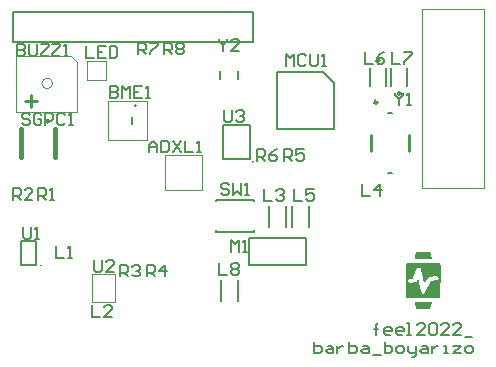
<source format=gbr>
%TF.GenerationSoftware,Altium Limited,Altium Designer,21.9.1 (22)*%
G04 Layer_Color=65535*
%FSLAX45Y45*%
%MOMM*%
%TF.SameCoordinates,430BEF64-33ED-46D9-BD69-C1E45A4CD6A6*%
%TF.FilePolarity,Positive*%
%TF.FileFunction,Legend,Top*%
%TF.Part,Single*%
G01*
G75*
%TA.AperFunction,NonConductor*%
%ADD59C,0.20000*%
%ADD61C,0.15300*%
%ADD62C,0.25400*%
%ADD72C,0.25000*%
%ADD73C,0.40000*%
%ADD74C,0.10000*%
%ADD75C,0.01000*%
G36*
X3441177Y465850D02*
X3433464Y504412D01*
X3431536Y510196D01*
X3572287Y512124D01*
X3574216Y502484D01*
X3570359Y490915D01*
X3562647Y456209D01*
X3445033Y454281D01*
X3443105Y463922D01*
X3441177Y465850D01*
D02*
G37*
G36*
X3641699Y839902D02*
X3647484Y834118D01*
X3651340Y818693D01*
Y791699D01*
Y787843D01*
X3647484Y556471D01*
X3641699Y550686D01*
X3626274Y546830D01*
X3364052Y550686D01*
X3358268Y556471D01*
X3354412Y571895D01*
X3358268Y834118D01*
X3364052Y839902D01*
X3379477Y843758D01*
X3641699Y839902D01*
D02*
G37*
G36*
X3475882Y878464D02*
X3431536Y880392D01*
X3435392Y895817D01*
X3445033Y936307D01*
X3562647Y934379D01*
X3566503Y918954D01*
X3574216Y880392D01*
X3479739Y878464D01*
X3475882D01*
D02*
G37*
%LPC*%
G36*
X3464314Y805196D02*
X3450817Y799412D01*
X3427680Y741569D01*
X3418039Y716503D01*
X3406470Y712647D01*
X3379477Y708791D01*
X3373693Y691438D01*
X3383333Y677941D01*
X3441177Y681797D01*
X3446961Y687582D01*
X3454673Y706863D01*
X3460457Y720359D01*
X3483595Y604673D01*
X3489379Y591176D01*
X3495163Y585392D01*
X3514444Y589249D01*
X3520229Y595033D01*
X3568431Y693366D01*
X3622418Y697222D01*
X3632059Y706863D01*
X3628203Y726144D01*
X3610850Y731928D01*
X3549150Y728072D01*
X3539510Y718431D01*
X3510588Y662516D01*
X3491307Y758922D01*
X3487451Y774346D01*
X3485523Y791699D01*
X3483595Y793628D01*
X3479739Y801340D01*
X3464314Y805196D01*
D02*
G37*
%LPD*%
D59*
X2060236Y1703000D02*
G03*
X2060236Y1703000I-2236J0D01*
G01*
X2750000Y1980000D02*
Y2364999D01*
X2655000Y2460000D02*
X2750000Y2364999D01*
X2265000Y2460000D02*
X2655000D01*
X2265000Y1980000D02*
X2750000D01*
X2265000D02*
Y2460000D01*
X1803000Y2011000D02*
X2035000D01*
X1803000Y1728000D02*
X2035000D01*
Y2011000D01*
X1803000Y1728000D02*
Y2011000D01*
X3200000Y2110000D02*
X3240000D01*
X3200000Y1610000D02*
X3240000D01*
X1785000Y2400000D02*
Y2470000D01*
X1935000Y2400000D02*
Y2470000D01*
X1750000Y1379725D02*
X2070000D01*
Y1109725D02*
Y1122225D01*
Y1367225D02*
Y1379725D01*
X1750000Y1109725D02*
X2070000D01*
X1750000D02*
Y1122225D01*
Y1367225D02*
Y1379725D01*
X2511300Y825700D02*
Y1054300D01*
X2028700D02*
X2511300D01*
X2028700Y825700D02*
X2511300D01*
X2028700D02*
Y1054300D01*
X3368624Y2346376D02*
Y2493624D01*
X3231376Y2346376D02*
Y2493624D01*
X3048704Y2346376D02*
Y2493624D01*
X3185951Y2346376D02*
Y2493624D01*
X2342075Y1152500D02*
Y1327500D01*
X2197075Y1152500D02*
Y1327500D01*
X2532500Y1152500D02*
Y1327500D01*
X2387500Y1152500D02*
Y1327500D01*
X1937925Y522500D02*
Y697500D01*
X1792925Y522500D02*
Y697500D01*
X29000Y2713000D02*
X2061000D01*
Y2967000D01*
X29000D02*
X2061000D01*
X29000Y2713000D02*
Y2967000D01*
X226200Y825700D02*
Y1034300D01*
X93800Y825700D02*
Y1034300D01*
Y825700D02*
X226200D01*
X93800Y1034300D02*
X226200D01*
D61*
X3101961Y231961D02*
Y315268D01*
Y281945D01*
X3085300D01*
X3118622D01*
X3101961D01*
Y315268D01*
X3118622Y331929D01*
X3218590Y231961D02*
X3185268D01*
X3168606Y248623D01*
Y281945D01*
X3185268Y298606D01*
X3218590D01*
X3235251Y281945D01*
Y265284D01*
X3168606D01*
X3318558Y231961D02*
X3285235D01*
X3268574Y248623D01*
Y281945D01*
X3285235Y298606D01*
X3318558D01*
X3335219Y281945D01*
Y265284D01*
X3268574D01*
X3368542Y231961D02*
X3401864D01*
X3385203D01*
Y331929D01*
X3368542D01*
X3518493Y231961D02*
X3451848D01*
X3518493Y298606D01*
Y315268D01*
X3501832Y331929D01*
X3468510D01*
X3451848Y315268D01*
X3551816D02*
X3568477Y331929D01*
X3601800D01*
X3618461Y315268D01*
Y248623D01*
X3601800Y231961D01*
X3568477D01*
X3551816Y248623D01*
Y315268D01*
X3718429Y231961D02*
X3651784D01*
X3718429Y298606D01*
Y315268D01*
X3701768Y331929D01*
X3668445D01*
X3651784Y315268D01*
X3818397Y231961D02*
X3751752D01*
X3818397Y298606D01*
Y315268D01*
X3801736Y331929D01*
X3768413D01*
X3751752Y315268D01*
X3851720Y215300D02*
X3918365D01*
X2575300Y178590D02*
Y78622D01*
X2625284D01*
X2641945Y95284D01*
Y111945D01*
Y128606D01*
X2625284Y145267D01*
X2575300D01*
X2691929D02*
X2725252D01*
X2741913Y128606D01*
Y78622D01*
X2691929D01*
X2675268Y95284D01*
X2691929Y111945D01*
X2741913D01*
X2775235Y145267D02*
Y78622D01*
Y111945D01*
X2791897Y128606D01*
X2808558Y145267D01*
X2825219D01*
X2875203Y178590D02*
Y78622D01*
X2925187D01*
X2941848Y95284D01*
Y111945D01*
Y128606D01*
X2925187Y145267D01*
X2875203D01*
X2991832D02*
X3025155D01*
X3041816Y128606D01*
Y78622D01*
X2991832D01*
X2975171Y95284D01*
X2991832Y111945D01*
X3041816D01*
X3075139Y61961D02*
X3141784D01*
X3175107Y178590D02*
Y78622D01*
X3225091D01*
X3241752Y95284D01*
Y111945D01*
Y128606D01*
X3225091Y145267D01*
X3175107D01*
X3291736Y78622D02*
X3325058D01*
X3341720Y95284D01*
Y128606D01*
X3325058Y145267D01*
X3291736D01*
X3275074Y128606D01*
Y95284D01*
X3291736Y78622D01*
X3375042Y145267D02*
Y95284D01*
X3391704Y78622D01*
X3441687D01*
Y61961D01*
X3425026Y45300D01*
X3408365D01*
X3441687Y78622D02*
Y145267D01*
X3491671D02*
X3524994D01*
X3541655Y128606D01*
Y78622D01*
X3491671D01*
X3475010Y95284D01*
X3491671Y111945D01*
X3541655D01*
X3574978Y145267D02*
Y78622D01*
Y111945D01*
X3591639Y128606D01*
X3608300Y145267D01*
X3624962D01*
X3674946Y78622D02*
X3708268D01*
X3691607D01*
Y145267D01*
X3674946D01*
X3758252D02*
X3824897D01*
X3758252Y78622D01*
X3824897D01*
X3874881D02*
X3908204D01*
X3924865Y95284D01*
Y128606D01*
X3908204Y145267D01*
X3874881D01*
X3858220Y128606D01*
Y95284D01*
X3874881Y78622D01*
X113355Y1149984D02*
Y1066678D01*
X130016Y1050016D01*
X163339D01*
X180000Y1066678D01*
Y1149984D01*
X213323Y1050016D02*
X246645D01*
X229984D01*
Y1149984D01*
X213323Y1133323D01*
X1776694Y2739984D02*
Y2723322D01*
X1810016Y2690000D01*
X1843339Y2723322D01*
Y2739984D01*
X1810016Y2690000D02*
Y2640016D01*
X1943307D02*
X1876661D01*
X1943307Y2706661D01*
Y2723322D01*
X1926645Y2739984D01*
X1893323D01*
X1876661Y2723322D01*
X3263355Y2279984D02*
Y2263323D01*
X3296677Y2230000D01*
X3330000Y2263323D01*
Y2279984D01*
X3296677Y2230000D02*
Y2180016D01*
X3363323D02*
X3396645D01*
X3379984D01*
Y2279984D01*
X3363323Y2263323D01*
X1816694Y2139984D02*
Y2056677D01*
X1833355Y2040016D01*
X1866677D01*
X1883339Y2056677D01*
Y2139984D01*
X1916661Y2123322D02*
X1933323Y2139984D01*
X1966645D01*
X1983306Y2123322D01*
Y2106661D01*
X1966645Y2090000D01*
X1949984D01*
X1966645D01*
X1983306Y2073339D01*
Y2056677D01*
X1966645Y2040016D01*
X1933323D01*
X1916661Y2056677D01*
X716694Y869984D02*
Y786677D01*
X733355Y770016D01*
X766677D01*
X783339Y786677D01*
Y869984D01*
X883306Y770016D02*
X816661D01*
X883306Y836661D01*
Y853322D01*
X866645Y869984D01*
X833323D01*
X816661Y853322D01*
X1860016Y1503323D02*
X1843355Y1519984D01*
X1810032D01*
X1793371Y1503323D01*
Y1486661D01*
X1810032Y1470000D01*
X1843355D01*
X1860016Y1453339D01*
Y1436678D01*
X1843355Y1420016D01*
X1810032D01*
X1793371Y1436678D01*
X1893339Y1519984D02*
Y1420016D01*
X1926661Y1453339D01*
X1959984Y1420016D01*
Y1519984D01*
X1993307Y1420016D02*
X2026629D01*
X2009968D01*
Y1519984D01*
X1993307Y1503323D01*
X170048Y2093322D02*
X153387Y2109984D01*
X120065D01*
X103403Y2093322D01*
Y2076661D01*
X120065Y2060000D01*
X153387D01*
X170048Y2043339D01*
Y2026677D01*
X153387Y2010016D01*
X120065D01*
X103403Y2026677D01*
X270016Y2093322D02*
X253355Y2109984D01*
X220033D01*
X203371Y2093322D01*
Y2026677D01*
X220033Y2010016D01*
X253355D01*
X270016Y2026677D01*
Y2060000D01*
X236694D01*
X303339Y2010016D02*
Y2109984D01*
X353323D01*
X369984Y2093322D01*
Y2060000D01*
X353323Y2043339D01*
X303339D01*
X469952Y2093322D02*
X453291Y2109984D01*
X419968D01*
X403307Y2093322D01*
Y2026677D01*
X419968Y2010016D01*
X453291D01*
X469952Y2026677D01*
X503275Y2010016D02*
X536597D01*
X519936D01*
Y2109984D01*
X503275Y2093322D01*
X1306694Y2610016D02*
Y2709984D01*
X1356677D01*
X1373339Y2693323D01*
Y2660000D01*
X1356677Y2643339D01*
X1306694D01*
X1340016D02*
X1373339Y2610016D01*
X1406661Y2693323D02*
X1423323Y2709984D01*
X1456645D01*
X1473306Y2693323D01*
Y2676661D01*
X1456645Y2660000D01*
X1473306Y2643339D01*
Y2626677D01*
X1456645Y2610016D01*
X1423323D01*
X1406661Y2626677D01*
Y2643339D01*
X1423323Y2660000D01*
X1406661Y2676661D01*
Y2693323D01*
X1423323Y2660000D02*
X1456645D01*
X1086694Y2610016D02*
Y2709984D01*
X1136677D01*
X1153339Y2693323D01*
Y2660000D01*
X1136677Y2643339D01*
X1086694D01*
X1120016D02*
X1153339Y2610016D01*
X1186661Y2709984D02*
X1253306D01*
Y2693323D01*
X1186661Y2626677D01*
Y2610016D01*
X2096694Y1710016D02*
Y1809984D01*
X2146677D01*
X2163339Y1793323D01*
Y1760000D01*
X2146677Y1743339D01*
X2096694D01*
X2130016D02*
X2163339Y1710016D01*
X2263306Y1809984D02*
X2229984Y1793323D01*
X2196661Y1760000D01*
Y1726678D01*
X2213323Y1710016D01*
X2246645D01*
X2263306Y1726678D01*
Y1743339D01*
X2246645Y1760000D01*
X2196661D01*
X2326694Y1710016D02*
Y1809984D01*
X2376677D01*
X2393339Y1793323D01*
Y1760000D01*
X2376677Y1743339D01*
X2326694D01*
X2360016D02*
X2393339Y1710016D01*
X2493306Y1809984D02*
X2426661D01*
Y1760000D01*
X2459984Y1776661D01*
X2476645D01*
X2493306Y1760000D01*
Y1726678D01*
X2476645Y1710016D01*
X2443323D01*
X2426661Y1726678D01*
X1166694Y730016D02*
Y829984D01*
X1216678D01*
X1233339Y813322D01*
Y780000D01*
X1216678Y763339D01*
X1166694D01*
X1200016D02*
X1233339Y730016D01*
X1316645D02*
Y829984D01*
X1266661Y780000D01*
X1333306D01*
X936694Y730016D02*
Y829984D01*
X986677D01*
X1003339Y813322D01*
Y780000D01*
X986677Y763339D01*
X936694D01*
X970016D02*
X1003339Y730016D01*
X1036661Y813322D02*
X1053323Y829984D01*
X1086645D01*
X1103306Y813322D01*
Y796661D01*
X1086645Y780000D01*
X1069984D01*
X1086645D01*
X1103306Y763339D01*
Y746677D01*
X1086645Y730016D01*
X1053323D01*
X1036661Y746677D01*
X26694Y1380016D02*
Y1479984D01*
X76678D01*
X93339Y1463322D01*
Y1430000D01*
X76678Y1413339D01*
X26694D01*
X60016D02*
X93339Y1380016D01*
X193306D02*
X126661D01*
X193306Y1446661D01*
Y1463322D01*
X176645Y1479984D01*
X143323D01*
X126661Y1463322D01*
X243355Y1380016D02*
Y1479984D01*
X293339D01*
X310000Y1463322D01*
Y1430000D01*
X293339Y1413339D01*
X243355D01*
X276677D02*
X310000Y1380016D01*
X343323D02*
X376645D01*
X359984D01*
Y1479984D01*
X343323Y1463322D01*
X2343387Y2510016D02*
Y2609984D01*
X2376710Y2576661D01*
X2410032Y2609984D01*
Y2510016D01*
X2510000Y2593322D02*
X2493339Y2609984D01*
X2460016D01*
X2443355Y2593322D01*
Y2526677D01*
X2460016Y2510016D01*
X2493339D01*
X2510000Y2526677D01*
X2543323Y2609984D02*
Y2526677D01*
X2559984Y2510016D01*
X2593307D01*
X2609968Y2526677D01*
Y2609984D01*
X2643291Y2510016D02*
X2676613D01*
X2659952D01*
Y2609984D01*
X2643291Y2593322D01*
X1873355Y940016D02*
Y1039984D01*
X1906677Y1006661D01*
X1940000Y1039984D01*
Y940016D01*
X1973323D02*
X2006645D01*
X1989984D01*
Y1039984D01*
X1973323Y1023323D01*
X1776694Y839984D02*
Y740016D01*
X1843339D01*
X1876661Y823322D02*
X1893323Y839984D01*
X1926645D01*
X1943307Y823322D01*
Y806661D01*
X1926645Y790000D01*
X1943307Y773339D01*
Y756677D01*
X1926645Y740016D01*
X1893323D01*
X1876661Y756677D01*
Y773339D01*
X1893323Y790000D01*
X1876661Y806661D01*
Y823322D01*
X1893323Y790000D02*
X1926645D01*
X3236694Y2629984D02*
Y2530016D01*
X3303339D01*
X3336661Y2629984D02*
X3403306D01*
Y2613322D01*
X3336661Y2546677D01*
Y2530016D01*
X3006694Y2629984D02*
Y2530016D01*
X3073339D01*
X3173306Y2629984D02*
X3139984Y2613322D01*
X3106661Y2580000D01*
Y2546677D01*
X3123323Y2530016D01*
X3156645D01*
X3173306Y2546677D01*
Y2563339D01*
X3156645Y2580000D01*
X3106661D01*
X2406694Y1469984D02*
Y1370016D01*
X2473339D01*
X2573307Y1469984D02*
X2506661D01*
Y1420000D01*
X2539984Y1436661D01*
X2556645D01*
X2573307Y1420000D01*
Y1386677D01*
X2556645Y1370016D01*
X2523323D01*
X2506661Y1386677D01*
X2986694Y1509984D02*
Y1410016D01*
X3053339D01*
X3136645D02*
Y1509984D01*
X3086661Y1460000D01*
X3153306D01*
X2156694Y1469984D02*
Y1370016D01*
X2223339D01*
X2256661Y1453322D02*
X2273323Y1469984D01*
X2306645D01*
X2323307Y1453322D01*
Y1436661D01*
X2306645Y1420000D01*
X2289984D01*
X2306645D01*
X2323307Y1403339D01*
Y1386677D01*
X2306645Y1370016D01*
X2273323D01*
X2256661Y1386677D01*
X696694Y489984D02*
Y390016D01*
X763339D01*
X863306D02*
X796661D01*
X863306Y456661D01*
Y473322D01*
X846645Y489984D01*
X813323D01*
X796661Y473322D01*
X393355Y989984D02*
Y890016D01*
X460000D01*
X493323D02*
X526645D01*
X509984D01*
Y989984D01*
X493323Y973322D01*
X63403Y2699984D02*
Y2600016D01*
X113387D01*
X130048Y2616678D01*
Y2633339D01*
X113387Y2650000D01*
X63403D01*
X113387D01*
X130048Y2666661D01*
Y2683323D01*
X113387Y2699984D01*
X63403D01*
X163371D02*
Y2616678D01*
X180032Y2600016D01*
X213355D01*
X230016Y2616678D01*
Y2699984D01*
X263339D02*
X329984D01*
Y2683323D01*
X263339Y2616678D01*
Y2600016D01*
X329984D01*
X363307Y2699984D02*
X429952D01*
Y2683323D01*
X363307Y2616678D01*
Y2600016D01*
X429952D01*
X463274D02*
X496597D01*
X479936D01*
Y2699984D01*
X463274Y2683323D01*
X853387Y2339984D02*
Y2240016D01*
X903371D01*
X920032Y2256677D01*
Y2273339D01*
X903371Y2290000D01*
X853387D01*
X903371D01*
X920032Y2306661D01*
Y2323323D01*
X903371Y2339984D01*
X853387D01*
X953355Y2240016D02*
Y2339984D01*
X986677Y2306661D01*
X1020000Y2339984D01*
Y2240016D01*
X1119968Y2339984D02*
X1053323D01*
Y2240016D01*
X1119968D01*
X1053323Y2290000D02*
X1086645D01*
X1153291Y2240016D02*
X1186613D01*
X1169952D01*
Y2339984D01*
X1153291Y2323323D01*
X1183403Y1780016D02*
Y1846661D01*
X1216726Y1879984D01*
X1250048Y1846661D01*
Y1780016D01*
Y1830000D01*
X1183403D01*
X1283371Y1879984D02*
Y1780016D01*
X1333355D01*
X1350016Y1796677D01*
Y1863322D01*
X1333355Y1879984D01*
X1283371D01*
X1383339D02*
X1449984Y1780016D01*
Y1879984D02*
X1383339Y1780016D01*
X1483307Y1879984D02*
Y1780016D01*
X1549952D01*
X1583274D02*
X1616597D01*
X1599936D01*
Y1879984D01*
X1583274Y1863322D01*
X646710Y2679984D02*
Y2580016D01*
X713355D01*
X813322Y2679984D02*
X746677D01*
Y2580016D01*
X813322D01*
X746677Y2630000D02*
X780000D01*
X846645Y2679984D02*
Y2580016D01*
X896629D01*
X913290Y2596678D01*
Y2663323D01*
X896629Y2679984D01*
X846645D01*
D62*
X3060000Y1792700D02*
Y1927300D01*
X3380000Y1792700D02*
Y1927300D01*
X128933Y2211575D02*
X230533D01*
X179733Y2160775D02*
Y2262375D01*
D72*
X3112500Y2205000D02*
G03*
X3112500Y2205000I-12500J0D01*
G01*
X1064500Y2175025D02*
G03*
X1064500Y2175025I-1000J0D01*
G01*
X3312500Y2281376D02*
G03*
X3312500Y2281376I-12500J0D01*
G01*
X3129827Y2558624D02*
G03*
X3129827Y2558624I-12500J0D01*
G01*
D73*
X322600Y2045000D02*
G03*
X322600Y2045000I-100J0D01*
G01*
X95000Y1737500D02*
Y1982500D01*
X385000Y1737500D02*
Y1982500D01*
D74*
X364433Y2363975D02*
G03*
X364433Y2363975I-45000J0D01*
G01*
X1627500Y1465000D02*
Y1755000D01*
X1312500D02*
X1627500D01*
X1312500Y1465000D02*
Y1755000D01*
Y1465000D02*
X1627500D01*
X656179Y2395491D02*
Y2555491D01*
Y2395491D02*
X816178D01*
Y2555491D01*
X656179D02*
X816178D01*
X834900Y1882925D02*
Y2213125D01*
X1165100Y1882925D02*
Y2213125D01*
X834900D02*
X1165100D01*
X834900Y1882925D02*
X1165100D01*
X573433Y2122675D02*
Y2541775D01*
X522633Y2592575D02*
X573433Y2541775D01*
X52733Y2592575D02*
X522633D01*
X52733Y2122675D02*
Y2592575D01*
Y2122675D02*
X573433D01*
X3494849Y1475000D02*
Y2945000D01*
Y1477300D02*
X3496349Y1475800D01*
X3494849Y1475000D02*
X4014849D01*
Y2995000D01*
X3494849D02*
X4014749D01*
X3494849Y2945000D02*
Y2994200D01*
X264299Y831099D02*
Y824435D01*
X257635D01*
Y831099D01*
X264299D01*
D75*
X701000Y577950D02*
Y750000D01*
Y510000D02*
Y610450D01*
Y510000D02*
X896000D01*
Y750000D01*
X701000D02*
X896000D01*
X1027108Y2023629D02*
X1037104D01*
Y2028628D01*
X1035438Y2030294D01*
X1033772D01*
X1032106Y2028628D01*
Y2023629D01*
Y2028628D01*
X1030440Y2030294D01*
X1028774D01*
X1027108Y2028628D01*
Y2023629D01*
X1037104Y2033626D02*
X1027108D01*
X1030440Y2036958D01*
X1027108Y2040290D01*
X1037104D01*
X1027108Y2050287D02*
Y2043623D01*
X1037104D01*
Y2050287D01*
X1032106Y2043623D02*
Y2046955D01*
X1027108Y2060284D02*
X1028774Y2056951D01*
X1032106Y2053619D01*
X1035438D01*
X1037104Y2055285D01*
Y2058618D01*
X1035438Y2060284D01*
X1033772D01*
X1032106Y2058618D01*
Y2053619D01*
X1028774Y2063616D02*
X1027108Y2065282D01*
Y2068614D01*
X1028774Y2070280D01*
X1030440D01*
X1032106Y2068614D01*
X1033772Y2070280D01*
X1035438D01*
X1037104Y2068614D01*
Y2065282D01*
X1035438Y2063616D01*
X1033772D01*
X1032106Y2065282D01*
X1030440Y2063616D01*
X1028774D01*
X1032106Y2065282D02*
Y2068614D01*
X1028774Y2073613D02*
X1027108Y2075279D01*
Y2078611D01*
X1028774Y2080277D01*
X1035438D01*
X1037104Y2078611D01*
Y2075279D01*
X1035438Y2073613D01*
X1028774D01*
%TF.MD5,96b7a6a556ac81c360b1dc121f7c8490*%
M02*

</source>
